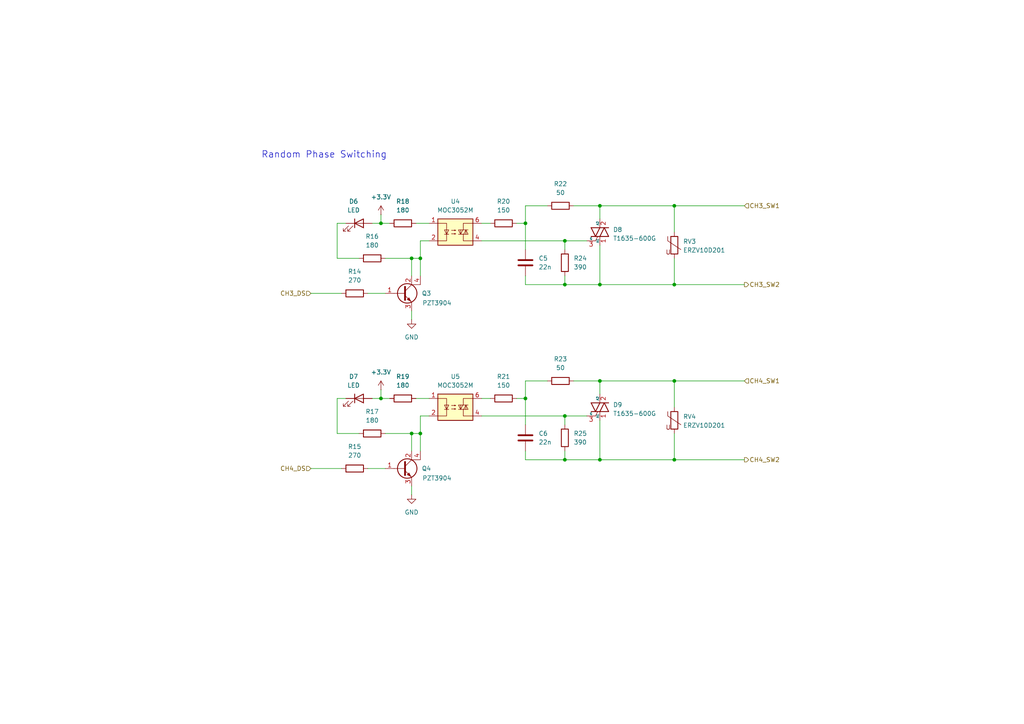
<source format=kicad_sch>
(kicad_sch (version 20250114) (generator "eeschema") (generator_version "9.0")
  (paper "A4")
  (title_block (date "2025-03-21") (rev "0") (company "キムラシール株式会社"))
  (lib_symbols
    (symbol "Device:C" (pin_numbers (hide yes)) (pin_names (offset 0.254))
      (property "Reference" "C" (at 0.635 2.54 0))
      (property "Value" "C" (at 0.635 -2.54 0))
      (symbol "C_0_1"
        (polyline (pts (xy -2.032 0.762) (xy 2.032 0.762)) (stroke (width 0.508)))
        (polyline (pts (xy -2.032 -0.762) (xy 2.032 -0.762)) (stroke (width 0.508)))
      )
      (symbol "C_1_1"
        (pin passive line (at 0 3.81 270) (length 2.794) (name "~") (number "1"))
        (pin passive line (at 0 -3.81 90) (length 2.794) (name "~") (number "2"))
      )
    )
    (symbol "Device:LED" (pin_numbers (hide yes)) (pin_names (offset 1.016) (hide yes))
      (property "Reference" "D" (at 0 2.54 0))
      (property "Value" "LED" (at 0 -2.54 0))
      (symbol "LED_0_1"
        (polyline (pts (xy -3.048 -0.762) (xy -4.572 -2.286) (xy -3.81 -2.286) (xy -4.572 -2.286) (xy -4.572 -1.524)))
        (polyline (pts (xy -1.778 -0.762) (xy -3.302 -2.286) (xy -2.54 -2.286) (xy -3.302 -2.286) (xy -3.302 -1.524)))
        (polyline (pts (xy -1.27 0) (xy 1.27 0)))
        (polyline (pts (xy -1.27 -1.27) (xy -1.27 1.27)) (stroke (width 0.254)))
        (polyline (pts (xy 1.27 -1.27) (xy 1.27 1.27) (xy -1.27 0) (xy 1.27 -1.27)) (stroke (width 0.254)))
      )
      (symbol "LED_1_1"
        (pin passive line (at -3.81 0 0) (length 2.54) (name "K") (number "1"))
        (pin passive line (at 3.81 0 180) (length 2.54) (name "A") (number "2"))
      )
    )
    (symbol "Device:R" (pin_numbers (hide yes)) (pin_names (offset 0))
      (property "Reference" "R" (at 2.032 0 90))
      (property "Value" "R" (at 0 0 90))
      (symbol "R_0_1"
        (rectangle (start -1.016 -2.54) (end 1.016 2.54) (stroke (width 0.254)))
      )
      (symbol "R_1_1"
        (pin passive line (at 0 3.81 270) (length 1.27) (name "~") (number "1"))
        (pin passive line (at 0 -3.81 90) (length 1.27) (name "~") (number "2"))
      )
    )
    (symbol "Device:Varistor" (pin_numbers (hide yes)) (pin_names (offset 0))
      (property "Reference" "RV" (at 3.175 0 90))
      (property "Value" "Varistor" (at -3.175 0 90))
      (symbol "Varistor_0_0"
        (text "U" (at -1.778 -2.032 0) (effects (font (size 1.27 1.27))))
      )
      (symbol "Varistor_0_1"
        (polyline (pts (xy -1.905 2.54) (xy -1.905 1.27) (xy 1.905 -1.27)))
        (rectangle (start -1.016 -2.54) (end 1.016 2.54) (stroke (width 0.254)))
      )
      (symbol "Varistor_1_1"
        (pin passive line (at 0 3.81 270) (length 1.27) (name "~") (number "1"))
        (pin passive line (at 0 -3.81 90) (length 1.27) (name "~") (number "2"))
      )
    )
    (symbol "Relay_SolidState:MOC3052M"
      (property "Reference" "U" (at -5.334 4.826 0))
      (property "Value" "MOC3052M" (at 0 5.08 0))
      (symbol "MOC3052M_0_1"
        (rectangle (start -5.08 3.81) (end 5.08 -3.81) (stroke (width 0.254)) (fill (type background)))
        (polyline (pts (xy -5.08 2.54) (xy -2.54 2.54) (xy -2.54 -2.54) (xy -5.08 -2.54)))
        (polyline (pts (xy -3.175 -0.635) (xy -1.905 -0.635)))
        (polyline (pts (xy -2.54 -0.635) (xy -3.175 0.635) (xy -1.905 0.635) (xy -2.54 -0.635)))
        (polyline (pts (xy -1.143 0.508) (xy 0.127 0.508) (xy -0.254 0.381) (xy -0.254 0.635) (xy 0.127 0.508)))
        (polyline (pts (xy -1.143 -0.508) (xy 0.127 -0.508) (xy -0.254 -0.635) (xy -0.254 -0.381) (xy 0.127 -0.508)))
        (polyline (pts (xy 0.889 -0.635) (xy 3.683 -0.635) (xy 3.048 0.635) (xy 2.413 -0.635)))
        (polyline (pts (xy 1.524 -0.635) (xy 1.524 0.635)))
        (polyline (pts (xy 2.286 0.635) (xy 2.286 2.54) (xy 5.08 2.54)))
        (polyline (pts (xy 2.286 -0.635) (xy 2.286 -2.54) (xy 5.08 -2.54)))
        (polyline (pts (xy 3.048 0.635) (xy 3.048 -0.635)))
        (polyline (pts (xy 3.683 0.635) (xy 0.889 0.635) (xy 1.524 -0.635) (xy 2.159 0.635)))
      )
      (symbol "MOC3052M_1_1"
        (pin passive line (at -7.62 2.54 0) (length 2.54) (name "~") (number "1"))
        (pin passive line (at -7.62 -2.54 0) (length 2.54) (name "~") (number "2"))
        (pin no_connect line (at -5.08 0 0) (length 2.54) (hide yes) (name "NC") (number "3"))
        (pin no_connect line (at 5.08 0 180) (length 2.54) (hide yes) (name "NC") (number "5"))
        (pin passive line (at 7.62 2.54 180) (length 2.54) (name "~") (number "6"))
        (pin passive line (at 7.62 -2.54 180) (length 2.54) (name "~") (number "4"))
      )
    )
    (symbol "Transistor_BJT:PZT3904" (pin_names (offset 0) (hide yes))
      (property "Reference" "Q" (at 5.08 1.905 0))
      (property "Value" "PZT3904" (at 5.08 0 0))
      (symbol "PZT3904_0_1"
        (polyline (pts (xy -2.54 0) (xy 0.635 0)))
        (polyline (pts (xy 0.635 1.905) (xy 0.635 -1.905)) (stroke (width 0.508)))
        (circle (center 1.27 0) (radius 2.8194) (stroke (width 0.254)))
        (polyline (pts (xy 2.54 2.54) (xy 5.08 2.54)))
      )
      (symbol "PZT3904_1_1"
        (polyline (pts (xy 0.635 0.635) (xy 2.54 2.54)))
        (polyline (pts (xy 0.635 -0.635) (xy 2.54 -2.54)))
        (polyline (pts (xy 1.27 -1.778) (xy 1.778 -1.27) (xy 2.286 -2.286) (xy 1.27 -1.778)) (fill (type outline)))
        (pin input line (at -5.08 0 0) (length 2.54) (name "B") (number "1"))
        (pin passive line (at 2.54 5.08 270) (length 2.54) (name "C") (number "2"))
        (pin passive line (at 2.54 -5.08 90) (length 2.54) (name "E") (number "3"))
        (pin passive line (at 5.08 5.08 270) (length 2.54) (name "C") (number "4"))
      )
    )
    (symbol "Triac_Thyristor:Generic_Triac_A1A2G" (pin_names (offset 0))
      (property "Reference" "D" (at 3.175 0.635 0))
      (property "Value" "Generic_Triac_A1A2G" (at 3.175 -1.27 0))
      (symbol "Generic_Triac_A1A2G_0_1"
        (polyline (pts (xy -2.54 1.27) (xy 2.54 1.27)) (stroke (width 0.254)))
        (polyline (pts (xy -2.54 1.27) (xy -1.27 -1.27) (xy 0 1.27)) (stroke (width 0.254)))
        (polyline (pts (xy -2.54 -1.27) (xy 2.54 -1.27)) (stroke (width 0.254)))
        (polyline (pts (xy -1.27 -2.54) (xy -0.635 -1.27)))
        (polyline (pts (xy 0 -1.27) (xy 1.27 1.27) (xy 2.54 -1.27)) (stroke (width 0.254)))
      )
      (symbol "Generic_Triac_A1A2G_1_1"
        (pin input line (at -3.81 -2.54 0) (length 2.54) (name "G") (number "3"))
        (pin passive line (at 0 3.81 270) (length 2.54) (name "A2") (number "2"))
        (pin passive line (at 0 -3.81 90) (length 2.54) (name "A1") (number "1"))
      )
    )
    (symbol "power:+3.3V" (power) (pin_numbers (hide yes)) (pin_names (offset 0) (hide yes))
      (property "Value" "+3.3V" (at 0 3.556 0))
      (symbol "+3.3V_0_1"
        (polyline (pts (xy -0.762 1.27) (xy 0 2.54)))
        (polyline (pts (xy 0 2.54) (xy 0.762 1.27)))
        (polyline (pts (xy 0 0) (xy 0 2.54)))
      )
      (symbol "+3.3V_1_1"
        (pin power_in line (at 0 0 90) (length 0) (name "~") (number "1"))
      )
    )
    (symbol "power:GND" (power) (pin_numbers (hide yes)) (pin_names (offset 0) (hide yes))
      (property "Value" "GND" (at 0 -3.81 0))
      (symbol "GND_0_1"
        (polyline (pts (xy 0 0) (xy 0 -1.27) (xy 1.27 -1.27) (xy 0 -2.54) (xy -1.27 -1.27) (xy 0 -1.27)))
      )
      (symbol "GND_1_1"
        (pin power_in line (at 0 0 270) (length 0) (name "~") (number "1"))
      )
    )
  )
  (text "Random Phase Switching " (at 94.742 44.958 0) (effects (font (size 1.905 1.905))))
  (junction (at 163.83 120.65))
  (junction (at 152.4 115.57))
  (junction (at 195.58 110.49))
  (junction (at 152.4 64.77))
  (junction (at 163.83 69.85))
  (junction (at 163.83 133.35))
  (junction (at 195.58 133.35))
  (junction (at 121.92 125.73))
  (junction (at 163.83 82.55))
  (junction (at 173.99 82.55))
  (junction (at 121.92 74.93))
  (junction (at 119.38 125.73))
  (junction (at 110.49 64.77))
  (junction (at 173.99 133.35))
  (junction (at 173.99 110.49))
  (junction (at 195.58 82.55))
  (junction (at 195.58 59.69))
  (junction (at 173.99 59.69))
  (junction (at 119.38 74.93))
  (junction (at 110.49 115.57))
  (wire (pts (xy 152.4 82.55) (xy 152.4 80.01)))
  (wire (pts (xy 97.79 74.93) (xy 104.14 74.93)))
  (wire (pts (xy 121.92 125.73) (xy 119.38 125.73)))
  (wire (pts (xy 152.4 64.77) (xy 152.4 72.39)))
  (wire (pts (xy 111.76 74.93) (xy 119.38 74.93)))
  (wire (pts (xy 163.83 69.85) (xy 170.18 69.85)))
  (wire (pts (xy 163.83 133.35) (xy 163.83 130.81)))
  (wire (pts (xy 100.33 64.77) (xy 97.79 64.77)))
  (wire (pts (xy 97.79 115.57) (xy 97.79 125.73)))
  (wire (pts (xy 195.58 59.69) (xy 195.58 67.31)))
  (wire (pts (xy 195.58 82.55) (xy 215.9 82.55)))
  (wire (pts (xy 139.7 64.77) (xy 142.24 64.77)))
  (wire (pts (xy 139.7 120.65) (xy 163.83 120.65)))
  (wire (pts (xy 152.4 82.55) (xy 163.83 82.55)))
  (wire (pts (xy 119.38 125.73) (xy 119.38 130.81)))
  (wire (pts (xy 119.38 140.97) (xy 119.38 143.51)))
  (wire (pts (xy 163.83 133.35) (xy 173.99 133.35)))
  (wire (pts (xy 173.99 59.69) (xy 173.99 63.5)))
  (wire (pts (xy 152.4 133.35) (xy 163.83 133.35)))
  (wire (pts (xy 195.58 125.73) (xy 195.58 133.35)))
  (wire (pts (xy 195.58 133.35) (xy 215.9 133.35)))
  (wire (pts (xy 195.58 110.49) (xy 195.58 118.11)))
  (wire (pts (xy 166.37 59.69) (xy 173.99 59.69)))
  (wire (pts (xy 90.17 85.09) (xy 99.06 85.09)))
  (wire (pts (xy 173.99 71.12) (xy 173.99 82.55)))
  (wire (pts (xy 97.79 64.77) (xy 97.79 74.93)))
  (wire (pts (xy 166.37 110.49) (xy 173.99 110.49)))
  (wire (pts (xy 120.65 64.77) (xy 124.46 64.77)))
  (wire (pts (xy 121.92 74.93) (xy 119.38 74.93)))
  (wire (pts (xy 152.4 115.57) (xy 152.4 123.19)))
  (wire (pts (xy 121.92 69.85) (xy 121.92 74.93)))
  (wire (pts (xy 163.83 69.85) (xy 163.83 72.39)))
  (wire (pts (xy 121.92 74.93) (xy 121.92 80.01)))
  (wire (pts (xy 106.68 135.89) (xy 111.76 135.89)))
  (wire (pts (xy 139.7 115.57) (xy 142.24 115.57)))
  (wire (pts (xy 111.76 125.73) (xy 119.38 125.73)))
  (wire (pts (xy 195.58 59.69) (xy 215.9 59.69)))
  (wire (pts (xy 107.95 64.77) (xy 110.49 64.77)))
  (wire (pts (xy 119.38 90.17) (xy 119.38 92.71)))
  (wire (pts (xy 100.33 115.57) (xy 97.79 115.57)))
  (wire (pts (xy 173.99 82.55) (xy 195.58 82.55)))
  (wire (pts (xy 106.68 85.09) (xy 111.76 85.09)))
  (wire (pts (xy 152.4 115.57) (xy 149.86 115.57)))
  (wire (pts (xy 120.65 115.57) (xy 124.46 115.57)))
  (wire (pts (xy 195.58 110.49) (xy 215.9 110.49)))
  (wire (pts (xy 90.17 135.89) (xy 99.06 135.89)))
  (wire (pts (xy 152.4 110.49) (xy 152.4 115.57)))
  (wire (pts (xy 124.46 69.85) (xy 121.92 69.85)))
  (wire (pts (xy 139.7 69.85) (xy 163.83 69.85)))
  (wire (pts (xy 110.49 62.23) (xy 110.49 64.77)))
  (wire (pts (xy 173.99 110.49) (xy 195.58 110.49)))
  (wire (pts (xy 173.99 59.69) (xy 195.58 59.69)))
  (wire (pts (xy 195.58 74.93) (xy 195.58 82.55)))
  (wire (pts (xy 173.99 121.92) (xy 173.99 133.35)))
  (wire (pts (xy 107.95 115.57) (xy 110.49 115.57)))
  (wire (pts (xy 152.4 64.77) (xy 149.86 64.77)))
  (wire (pts (xy 158.75 59.69) (xy 152.4 59.69)))
  (wire (pts (xy 124.46 120.65) (xy 121.92 120.65)))
  (wire (pts (xy 163.83 82.55) (xy 173.99 82.55)))
  (wire (pts (xy 163.83 120.65) (xy 163.83 123.19)))
  (wire (pts (xy 121.92 120.65) (xy 121.92 125.73)))
  (wire (pts (xy 152.4 133.35) (xy 152.4 130.81)))
  (wire (pts (xy 110.49 64.77) (xy 113.03 64.77)))
  (wire (pts (xy 152.4 59.69) (xy 152.4 64.77)))
  (wire (pts (xy 158.75 110.49) (xy 152.4 110.49)))
  (wire (pts (xy 121.92 125.73) (xy 121.92 130.81)))
  (wire (pts (xy 173.99 133.35) (xy 195.58 133.35)))
  (wire (pts (xy 173.99 110.49) (xy 173.99 114.3)))
  (wire (pts (xy 163.83 82.55) (xy 163.83 80.01)))
  (wire (pts (xy 110.49 113.03) (xy 110.49 115.57)))
  (wire (pts (xy 110.49 115.57) (xy 113.03 115.57)))
  (wire (pts (xy 119.38 74.93) (xy 119.38 80.01)))
  (wire (pts (xy 163.83 120.65) (xy 170.18 120.65)))
  (wire (pts (xy 97.79 125.73) (xy 104.14 125.73)))
  (hierarchical_label "CH3_SW1" (shape input) (at 215.9 59.69 0))
  (hierarchical_label "CH3_DS" (shape input) (at 90.17 85.09 180))
  (hierarchical_label "CH4_SW1" (shape input) (at 215.9 110.49 0))
  (hierarchical_label "CH3_SW2" (shape output) (at 215.9 82.55 0))
  (hierarchical_label "CH4_DS" (shape input) (at 90.17 135.89 180))
  (hierarchical_label "CH4_SW2" (shape output) (at 215.9 133.35 0))
  (symbol (lib_id "power:GND") (at 119.38 143.51 0) (unit 1)
    (property "Reference" "#PWR016" (effects (hide yes)))
    (property "Value" "GND" (at 119.38 148.59 0))
    (property "Description" "Power symbol creates a global label with name \"GND\" , ground" (effects (hide yes)))
  )
  (symbol (lib_id "Device:Varistor") (at 195.58 121.92 0) (unit 1)
    (property "Reference" "RV4" (at 198.12 120.8432 0) (effects (justify left)))
    (property "Value" "ERZV10D201" (at 198.12 123.3832 0) (effects (justify left)))
    (property "Footprint" "Custom_footprints:Panasonic ERZV10D201" (effects (hide yes)))
    (property "Description" "Voltage dependent resistor" (effects (hide yes)))
    (property "Sim.Name" "kicad_builtin_varistor" (effects (hide yes)))
    (property "Sim.Device" "SUBCKT" (effects (hide yes)))
    (property "Sim.Pins" "1=A 2=B" (effects (hide yes)))
    (property "Sim.Params" "threshold=1k" (effects (hide yes)))
    (property "Sim.Library" "${KICAD7_SYMBOL_DIR}/Simulation_SPICE.sp" (effects (hide yes)))
  )
  (symbol (lib_id "Device:R") (at 162.56 110.49 90) (unit 1)
    (property "Reference" "R23" (at 162.56 104.14 90))
    (property "Value" "50" (at 162.56 106.68 90))
    (property "Footprint" "Custom_footprints:Yageo RC_L 1218" (effects (hide yes)))
    (property "Description" "Resistor" (effects (hide yes)))
  )
  (symbol (lib_id "Device:R") (at 116.84 115.57 90) (unit 1)
    (property "Reference" "R19" (at 116.84 109.22 90))
    (property "Value" "180" (at 116.84 111.76 90))
    (property "Footprint" "Custom_footprints:Yageo RC_L 0603" (effects (hide yes)))
    (property "Description" "Resistor" (effects (hide yes)))
  )
  (symbol (lib_id "Device:LED") (at 104.14 64.77 0) (unit 1)
    (property "Reference" "D6" (at 102.5525 58.42 0))
    (property "Value" "LED" (at 102.5525 60.96 0))
    (property "Footprint" "Custom_footprints:Lite On LTST-C190" (effects (hide yes)))
    (property "Description" "Light emitting diode" (effects (hide yes)))
    (property "Sim.Pins" "1=K 2=A" (effects (hide yes)))
  )
  (symbol (lib_id "power:GND") (at 119.38 92.71 0) (unit 1)
    (property "Reference" "#PWR015" (effects (hide yes)))
    (property "Value" "GND" (at 119.38 97.79 0))
    (property "Description" "Power symbol creates a global label with name \"GND\" , ground" (effects (hide yes)))
  )
  (symbol (lib_id "Device:LED") (at 104.14 115.57 0) (unit 1)
    (property "Reference" "D7" (at 102.5525 109.22 0))
    (property "Value" "LED" (at 102.5525 111.76 0))
    (property "Footprint" "Custom_footprints:Lite On LTST-C190" (effects (hide yes)))
    (property "Description" "Light emitting diode" (effects (hide yes)))
    (property "Sim.Pins" "1=K 2=A" (effects (hide yes)))
  )
  (symbol (lib_id "Relay_SolidState:MOC3052M") (at 132.08 118.11 0) (unit 1)
    (property "Reference" "U5" (at 132.08 109.22 0))
    (property "Value" "MOC3052M" (at 132.08 111.76 0))
    (property "Footprint" "Package_DIP:DIP-6_W7.62mm" (effects (hide yes)))
    (property "Datasheet" "https://www.onsemi.com/pub/Collateral/MOC3052M-D.PDF" (effects (hide yes)))
    (property "Description" "Random Phase Opto-Triac, Vdrm 600V, Ift 10mA, DIP6" (effects (hide yes)))
  )
  (symbol (lib_id "Device:R") (at 146.05 64.77 270) (unit 1)
    (property "Reference" "R20" (at 146.05 58.42 90))
    (property "Value" "150" (at 146.05 60.96 90))
    (property "Footprint" "Custom_footprints:Yageo RC_L 1206" (effects (hide yes)))
    (property "Description" "Resistor" (effects (hide yes)))
  )
  (symbol (lib_id "Device:R") (at 146.05 115.57 270) (unit 1)
    (property "Reference" "R21" (at 146.05 109.22 90))
    (property "Value" "150" (at 146.05 111.76 90))
    (property "Footprint" "Custom_footprints:Yageo RC_L 1206" (effects (hide yes)))
    (property "Description" "Resistor" (effects (hide yes)))
  )
  (symbol (lib_id "Device:C") (at 152.4 76.2 0) (unit 1)
    (property "Reference" "C5" (at 156.21 74.9299 0) (effects (justify left)))
    (property "Value" "22n" (at 156.21 77.4699 0) (effects (justify left)))
    (property "Footprint" "Custom_footprints:TDK B32682A4223" (effects (hide yes)))
    (property "Description" "Unpolarized capacitor" (effects (hide yes)))
  )
  (symbol (lib_id "power:+3.3V") (at 110.49 113.03 0) (unit 1)
    (property "Reference" "#PWR014" (effects (hide yes)))
    (property "Value" "+3.3V" (at 110.49 107.95 0))
    (property "Description" "Power symbol creates a global label with name \"+3.3V\"" (effects (hide yes)))
  )
  (symbol (lib_id "Device:Varistor") (at 195.58 71.12 0) (unit 1)
    (property "Reference" "RV3" (at 198.12 70.0432 0) (effects (justify left)))
    (property "Value" "ERZV10D201" (at 198.12 72.5832 0) (effects (justify left)))
    (property "Footprint" "Custom_footprints:Panasonic ERZV10D201" (effects (hide yes)))
    (property "Description" "Voltage dependent resistor" (effects (hide yes)))
    (property "Sim.Name" "kicad_builtin_varistor" (effects (hide yes)))
    (property "Sim.Device" "SUBCKT" (effects (hide yes)))
    (property "Sim.Pins" "1=A 2=B" (effects (hide yes)))
    (property "Sim.Params" "threshold=1k" (effects (hide yes)))
    (property "Sim.Library" "${KICAD7_SYMBOL_DIR}/Simulation_SPICE.sp" (effects (hide yes)))
  )
  (symbol (lib_id "Device:R") (at 102.87 135.89 270) (unit 1)
    (property "Reference" "R15" (at 102.87 129.54 90))
    (property "Value" "270" (at 102.87 132.08 90))
    (property "Footprint" "Custom_footprints:Yageo RC_L 0603" (effects (hide yes)))
    (property "Description" "Resistor" (effects (hide yes)))
  )
  (symbol (lib_id "Triac_Thyristor:Generic_Triac_A1A2G") (at 173.99 67.31 0) (unit 1)
    (property "Reference" "D8" (at 177.8 66.6114 0) (effects (justify left)))
    (property "Value" "T1635-600G" (at 177.8 69.1514 0) (effects (justify left)))
    (property "Footprint" "Custom_footprints:ST MIcroelectronics T16xx" (effects (hide yes)))
    (property "Description" "Triode for alternating current, anode1/anode2/gate" (effects (hide yes)))
  )
  (symbol (lib_id "Transistor_BJT:PZT3904") (at 116.84 135.89 0) (unit 1)
    (property "Reference" "Q4" (at 123.698 135.89 0))
    (property "Value" "PZT3904" (at 126.746 138.684 0))
    (property "Footprint" "Package_TO_SOT_SMD:SOT-223" (effects (hide yes)))
    (property "Datasheet" "https://www.onsemi.com/pdf/datasheet/pzt3904-d.pdf" (effects (hide yes)))
    (property "Description" "0.2A Ic, 40V Vce, Small Signal NPN Transistor, SOT-223" (effects (hide yes)))
  )
  (symbol (lib_id "Device:R") (at 107.95 125.73 270) (unit 1)
    (property "Reference" "R17" (at 107.95 119.38 90))
    (property "Value" "180" (at 107.95 121.92 90))
    (property "Footprint" "Custom_footprints:Yageo RC_L 0603" (effects (hide yes)))
    (property "Description" "Resistor" (effects (hide yes)))
  )
  (symbol (lib_id "Device:C") (at 152.4 127 0) (unit 1)
    (property "Reference" "C6" (at 156.21 125.7299 0) (effects (justify left)))
    (property "Value" "22n" (at 156.21 128.2699 0) (effects (justify left)))
    (property "Footprint" "Custom_footprints:TDK B32682A4223" (effects (hide yes)))
    (property "Description" "Unpolarized capacitor" (effects (hide yes)))
  )
  (symbol (lib_id "Device:R") (at 102.87 85.09 270) (unit 1)
    (property "Reference" "R14" (at 102.87 78.74 90))
    (property "Value" "270" (at 102.87 81.28 90))
    (property "Footprint" "Custom_footprints:Yageo RC_L 0603" (effects (hide yes)))
    (property "Description" "Resistor" (effects (hide yes)))
  )
  (symbol (lib_id "Triac_Thyristor:Generic_Triac_A1A2G") (at 173.99 118.11 0) (unit 1)
    (property "Reference" "D9" (at 177.8 117.4114 0) (effects (justify left)))
    (property "Value" "T1635-600G" (at 177.8 119.9514 0) (effects (justify left)))
    (property "Footprint" "Custom_footprints:ST MIcroelectronics T16xx" (effects (hide yes)))
    (property "Description" "Triode for alternating current, anode1/anode2/gate" (effects (hide yes)))
  )
  (symbol (lib_id "power:+3.3V") (at 110.49 62.23 0) (unit 1)
    (property "Reference" "#PWR013" (effects (hide yes)))
    (property "Value" "+3.3V" (at 110.49 57.15 0))
    (property "Description" "Power symbol creates a global label with name \"+3.3V\"" (effects (hide yes)))
  )
  (symbol (lib_id "Device:R") (at 163.83 76.2 0) (unit 1)
    (property "Reference" "R24" (at 166.37 74.9299 0) (effects (justify left)))
    (property "Value" "390" (at 166.37 77.4699 0) (effects (justify left)))
    (property "Footprint" "Custom_footprints:Yageo RC_L 1206" (effects (hide yes)))
    (property "Description" "Resistor" (effects (hide yes)))
  )
  (symbol (lib_id "Device:R") (at 162.56 59.69 90) (unit 1)
    (property "Reference" "R22" (at 162.56 53.34 90))
    (property "Value" "50" (at 162.56 55.88 90))
    (property "Footprint" "Custom_footprints:Yageo RC_L 1218" (effects (hide yes)))
    (property "Description" "Resistor" (effects (hide yes)))
  )
  (symbol (lib_id "Device:R") (at 107.95 74.93 270) (unit 1)
    (property "Reference" "R16" (at 107.95 68.58 90))
    (property "Value" "180" (at 107.95 71.12 90))
    (property "Footprint" "Custom_footprints:Yageo RC_L 0603" (effects (hide yes)))
    (property "Description" "Resistor" (effects (hide yes)))
  )
  (symbol (lib_id "Relay_SolidState:MOC3052M") (at 132.08 67.31 0) (unit 1)
    (property "Reference" "U4" (at 132.08 58.42 0))
    (property "Value" "MOC3052M" (at 132.08 60.96 0))
    (property "Footprint" "Package_DIP:DIP-6_W7.62mm" (effects (hide yes)))
    (property "Datasheet" "https://www.onsemi.com/pub/Collateral/MOC3052M-D.PDF" (effects (hide yes)))
    (property "Description" "Random Phase Opto-Triac, Vdrm 600V, Ift 10mA, DIP6" (effects (hide yes)))
  )
  (symbol (lib_id "Device:R") (at 116.84 64.77 90) (unit 1)
    (property "Reference" "R18" (at 116.84 58.42 90))
    (property "Value" "180" (at 116.84 60.96 90))
    (property "Footprint" "Custom_footprints:Yageo RC_L 0603" (effects (hide yes)))
    (property "Description" "Resistor" (effects (hide yes)))
  )
  (symbol (lib_id "Device:R") (at 163.83 127 0) (unit 1)
    (property "Reference" "R25" (at 166.37 125.7299 0) (effects (justify left)))
    (property "Value" "390" (at 166.37 128.2699 0) (effects (justify left)))
    (property "Footprint" "Custom_footprints:Yageo RC_L 1206" (effects (hide yes)))
    (property "Description" "Resistor" (effects (hide yes)))
  )
  (symbol (lib_id "Transistor_BJT:PZT3904") (at 116.84 85.09 0) (unit 1)
    (property "Reference" "Q3" (at 123.698 85.09 0))
    (property "Value" "PZT3904" (at 126.746 87.884 0))
    (property "Footprint" "Package_TO_SOT_SMD:SOT-223" (effects (hide yes)))
    (property "Datasheet" "https://www.onsemi.com/pdf/datasheet/pzt3904-d.pdf" (effects (hide yes)))
    (property "Description" "0.2A Ic, 40V Vce, Small Signal NPN Transistor, SOT-223" (effects (hide yes)))
  )
)
</source>
